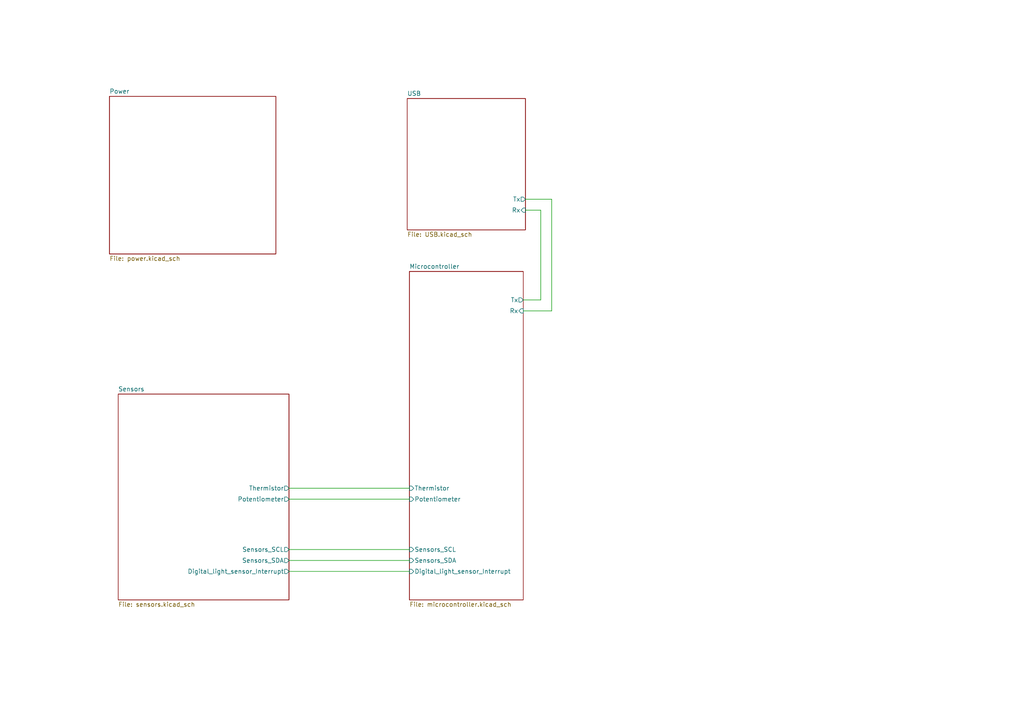
<source format=kicad_sch>
(kicad_sch (version 20230121) (generator eeschema)
  (paper "A4")
  (title_block (title "Root") (date "2023-03-11") (rev "v0.3") (company "UCT") (comment 1 "Authors: Cameron Clark, Robert Dugmore, Kian Frassek") (comment 2 "This is an overview sheet showing how the sub-circuits interconnect"))
  (lib_symbols)
  (wire (pts (xy 156.845 86.995) (xy 151.765 86.995)))
  (wire (pts (xy 83.82 141.605) (xy 118.745 141.605)))
  (wire (pts (xy 83.82 162.56) (xy 118.745 162.56)))
  (wire (pts (xy 83.82 159.385) (xy 118.745 159.385)))
  (wire (pts (xy 160.02 90.17) (xy 160.02 57.785)))
  (wire (pts (xy 83.82 144.78) (xy 118.745 144.78)))
  (wire (pts (xy 156.845 60.96) (xy 156.845 86.995)))
  (wire (pts (xy 152.4 60.96) (xy 156.845 60.96)))
  (wire (pts (xy 160.02 57.785) (xy 152.4 57.785)))
  (wire (pts (xy 151.765 90.17) (xy 160.02 90.17)))
  (wire (pts (xy 83.82 165.735) (xy 118.745 165.735)))
  (sheet (at 118.11 28.575) (size 34.29 38.1) (stroke (width 0.1524))
    (property "Sheetname" "USB" (at 118.11 27.8634 0) (effects (justify left bottom)))
    (property "Sheetfile" "USB.kicad_sch" (at 118.11 67.2596 0) (effects (justify left top)))
    (pin "Tx" output (at 152.4 57.785 0))
    (pin "Rx" input (at 152.4 60.96 0))
  )
  (sheet (at 118.745 78.74) (size 33.02 95.25) (stroke (width 0.1524))
    (property "Sheetname" "Microcontroller" (at 118.745 78.0284 0) (effects (justify left bottom)))
    (property "Sheetfile" "microcontroller.kicad_sch" (at 118.745 174.5746 0) (effects (justify left top)))
    (pin "Potentiometer" input (at 118.745 144.78 180))
    (pin "Thermistor" input (at 118.745 141.605 180))
    (pin "Sensors_SCL" input (at 118.745 159.385 180))
    (pin "Sensors_SDA" input (at 118.745 162.56 180))
    (pin "Digital_light_sensor_Interrupt" input (at 118.745 165.735 180))
    (pin "Rx" input (at 151.765 90.17 0))
    (pin "Tx" output (at 151.765 86.995 0))
  )
  (sheet (at 31.75 27.94) (size 48.26 45.72) (stroke (width 0.1524))
    (property "Sheetname" "Power" (at 31.75 27.2284 0) (effects (justify left bottom)))
    (property "Sheetfile" "power.kicad_sch" (at 31.75 74.2446 0) (effects (justify left top)))
  )
  (sheet (at 34.29 114.3) (size 49.53 59.69) (stroke (width 0.1524))
    (property "Sheetname" "Sensors" (at 34.29 113.5884 0) (effects (justify left bottom)))
    (property "Sheetfile" "sensors.kicad_sch" (at 34.29 174.5746 0) (effects (justify left top)))
    (pin "Digital_light_sensor_Interrupt" output (at 83.82 165.735 0))
    (pin "Sensors_SDA" output (at 83.82 162.56 0))
    (pin "Thermistor" output (at 83.82 141.605 0))
    (pin "Potentiometer" output (at 83.82 144.78 0))
    (pin "Sensors_SCL" output (at 83.82 159.385 0))
  )
)
</source>
